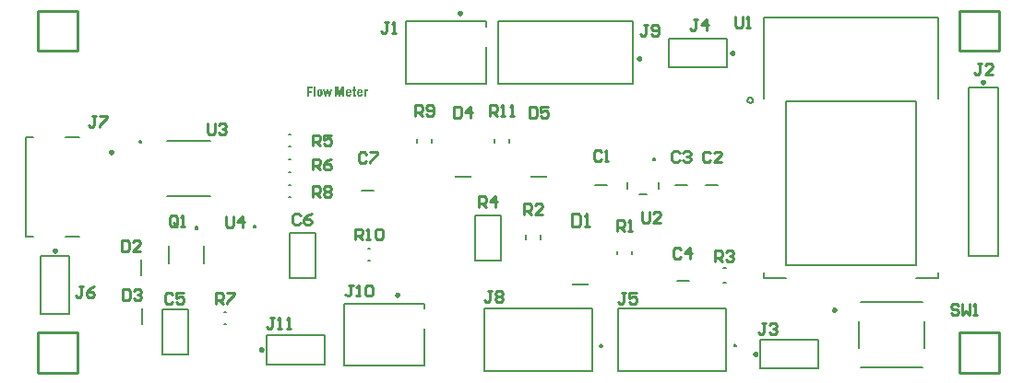
<source format=gto>
%FSTAX23Y23*%
%MOIN*%
%SFA1B1*%

%IPPOS*%
%ADD10C,0.005000*%
%ADD11C,0.009843*%
%ADD12C,0.007874*%
%ADD13C,0.010000*%
%ADD14C,0.007799*%
%ADD15C,0.007846*%
%ADD16R,0.059055X0.007874*%
%ADD17R,0.007874X0.059055*%
%LNflowmeter-1*%
%LPD*%
G36*
X01225Y01058D02*
X01226Y01058D01*
Y01051*
X01226*
X01226Y01051*
X01226Y01051*
X01225Y01051*
X01225*
X01224Y01051*
X01224Y01051*
X01224Y01051*
X01223Y0105*
X01223Y0105*
X01222Y0105*
X01222Y01049*
X01221Y01049*
X01221Y01048*
X0122Y01047*
X0122Y01046*
X0122Y01045*
X0122Y01044*
X01219Y01043*
Y01032*
X01212*
Y01058*
X01219*
Y01051*
X01219Y01052*
X01219Y01052*
X01219Y01052*
X01219Y01053*
X01219Y01053*
X0122Y01054*
X0122Y01055*
X0122Y01055*
X01221Y01056*
X01221Y01056*
X01222Y01057*
X01223Y01057*
X01223Y01058*
X01224Y01058*
X01225Y01058*
X01225*
X01225Y01058*
G37*
G36*
X01141Y01032D02*
X01134D01*
Y01061*
X01127Y01032*
X01121*
X01115Y01061*
Y01032*
X01108*
Y01067*
X0112*
X01125Y01045*
X0113Y01067*
X01141*
Y01032*
G37*
G36*
X01089D02*
X01083D01*
X0108Y01049*
X01076Y01032*
X01071*
X01064Y01058*
X01071*
X01074Y01042*
X01077Y01058*
X01084*
X01086Y01042*
X0109Y01058*
X01096*
X01089Y01032*
G37*
G36*
X01037D02*
X0103D01*
Y01067*
X01037*
Y01032*
G37*
G36*
X01028Y01061D02*
X01015D01*
Y01052*
X01025*
Y01045*
X01015*
Y01032*
X01007*
Y01067*
X01028*
Y01061*
G37*
G36*
X01198Y01058D02*
X01199Y01058D01*
X01199Y01058*
X012Y01058*
X012Y01058*
X01201Y01057*
X01202Y01057*
X01202Y01057*
X01203Y01056*
X01204Y01056*
X01204Y01055*
X01205Y01055*
X01205Y01055*
X01205Y01055*
X01205Y01055*
X01205Y01054*
X01206Y01054*
X01206Y01053*
X01206Y01053*
X01206Y01052*
X01207Y01052*
X01207Y01051*
X01207Y0105*
X01207Y01049*
X01208Y01048*
X01208Y01046*
X01208Y01045*
X01208Y01043*
X01194*
Y01042*
Y01042*
Y01042*
Y01042*
Y01041*
X01194Y01041*
X01194Y0104*
X01194Y01039*
X01195Y01038*
X01195Y01038*
X01195Y01037*
X01195Y01037*
X01195Y01037*
X01195Y01037*
X01196Y01037*
X01196Y01037*
X01196Y01036*
X01197Y01036*
X01197Y01036*
X01198Y01036*
X01198*
X01198Y01036*
X01198*
X01199Y01036*
X01199Y01036*
X01199Y01037*
X012Y01037*
X012Y01037*
X012Y01037*
X01201Y01038*
X01201Y01038*
X01201Y01039*
X01201Y0104*
X01201Y0104*
X01208Y0104*
Y0104*
X01208Y0104*
X01208Y01039*
X01207Y01039*
X01207Y01038*
X01207Y01037*
X01206Y01036*
X01206Y01036*
X01205Y01035*
X01205Y01034*
X01204Y01033*
X01203Y01032*
X01202Y01032*
X012Y01031*
X01199Y01031*
X01198Y01031*
X01198Y01031*
X01197*
X01197Y01031*
X01196Y01031*
X01196Y01031*
X01195Y01031*
X01195Y01031*
X01194Y01032*
X01193Y01032*
X01193Y01032*
X01192Y01032*
X01191Y01033*
X01191Y01033*
X0119Y01034*
X01189Y01035*
X01189Y01035*
X01189Y01035*
X01189Y01035*
X01189Y01035*
X01189Y01036*
X01189Y01036*
X01188Y01036*
X01188Y01037*
X01188Y01038*
X01188Y01038*
X01187Y01039*
X01187Y0104*
X01187Y01041*
X01187Y01042*
X01187Y01043*
X01187Y01044*
Y01044*
Y01044*
Y01045*
X01187Y01045*
X01187Y01046*
X01187Y01047*
X01187Y01047*
X01187Y01048*
X01187Y0105*
X01188Y01051*
X01188Y01051*
X01188Y01052*
X01189Y01053*
X01189Y01054*
X0119Y01055*
X0119Y01055*
X0119Y01055*
X0119Y01055*
X0119Y01055*
X0119Y01055*
X01191Y01056*
X01191Y01056*
X01192Y01056*
X01192Y01057*
X01193Y01057*
X01193Y01057*
X01194Y01058*
X01195Y01058*
X01196Y01058*
X01197Y01058*
X01197Y01058*
X01198*
X01198Y01058*
G37*
G36*
X0118Y01058D02*
X01185D01*
Y01052*
X0118*
Y01042*
Y01042*
Y01042*
Y01042*
Y01041*
Y01041*
X0118Y0104*
Y0104*
Y01039*
X0118Y01039*
Y01039*
X0118Y01039*
X0118Y01038*
X0118Y01038*
X0118Y01038*
X01181Y01037*
X01181*
X01181Y01037*
X01181Y01037*
X01181Y01037*
X01181Y01037*
X01182Y01037*
X01182Y01037*
X01184*
X01185Y01037*
Y01032*
X01185*
X01185Y01031*
X01184Y01031*
X01183Y01031*
X01183Y01031*
X01182Y01031*
X01181Y01031*
X0118Y01031*
X0118*
X01179Y01031*
X01179Y01031*
X01178Y01031*
X01177Y01032*
X01176Y01032*
X01175Y01032*
X01175Y01032*
X01175Y01032*
X01175Y01033*
X01174Y01033*
X01174Y01034*
X01174Y01034*
X01173Y01035*
X01173Y01035*
Y01035*
X01173Y01036*
X01173Y01036*
X01173Y01037*
X01173Y01038*
X01173Y01038*
X01173Y01039*
Y01039*
X01173Y0104*
Y01041*
Y01041*
Y01052*
X0117*
Y01058*
X01173*
Y01066*
X0118Y01066*
Y01058*
G37*
G36*
X01158Y01058D02*
X01158Y01058D01*
X01158Y01058*
X01159Y01058*
X0116Y01058*
X01161Y01057*
X01161Y01057*
X01162Y01057*
X01163Y01056*
X01163Y01056*
X01164Y01055*
X01164Y01055*
X01164Y01055*
X01164Y01055*
X01165Y01055*
X01165Y01054*
X01165Y01054*
X01165Y01053*
X01166Y01053*
X01166Y01052*
X01166Y01052*
X01166Y01051*
X01167Y0105*
X01167Y01049*
X01167Y01048*
X01167Y01046*
X01167Y01045*
X01167Y01043*
X01154*
Y01042*
Y01042*
Y01042*
Y01042*
Y01041*
X01154Y01041*
X01154Y0104*
X01154Y01039*
X01154Y01038*
X01154Y01038*
X01154Y01037*
X01155Y01037*
X01155Y01037*
X01155Y01037*
X01155Y01037*
X01155Y01037*
X01156Y01036*
X01156Y01036*
X01157Y01036*
X01157Y01036*
X01157*
X01157Y01036*
X01158*
X01158Y01036*
X01158Y01036*
X01159Y01037*
X01159Y01037*
X01159Y01037*
X0116Y01037*
X0116Y01038*
X0116Y01038*
X01161Y01039*
X01161Y0104*
X01161Y0104*
X01167Y0104*
Y0104*
X01167Y0104*
X01167Y01039*
X01167Y01039*
X01167Y01038*
X01166Y01037*
X01166Y01036*
X01165Y01036*
X01165Y01035*
X01164Y01034*
X01163Y01033*
X01162Y01032*
X01161Y01032*
X0116Y01031*
X01159Y01031*
X01158Y01031*
X01157Y01031*
X01156*
X01156Y01031*
X01156Y01031*
X01155Y01031*
X01155Y01031*
X01154Y01031*
X01153Y01032*
X01153Y01032*
X01152Y01032*
X01151Y01032*
X01151Y01033*
X0115Y01033*
X01149Y01034*
X01149Y01035*
X01149Y01035*
X01149Y01035*
X01149Y01035*
X01148Y01035*
X01148Y01036*
X01148Y01036*
X01148Y01036*
X01148Y01037*
X01147Y01038*
X01147Y01038*
X01147Y01039*
X01147Y0104*
X01146Y01041*
X01146Y01042*
X01146Y01043*
X01146Y01044*
Y01044*
Y01044*
Y01045*
X01146Y01045*
X01146Y01046*
X01146Y01047*
X01146Y01047*
X01147Y01048*
X01147Y0105*
X01147Y01051*
X01147Y01051*
X01148Y01052*
X01148Y01053*
X01149Y01054*
X01149Y01055*
X01149Y01055*
X01149Y01055*
X01149Y01055*
X0115Y01055*
X0115Y01055*
X0115Y01056*
X01151Y01056*
X01151Y01056*
X01152Y01057*
X01152Y01057*
X01153Y01057*
X01154Y01058*
X01154Y01058*
X01155Y01058*
X01156Y01058*
X01157Y01058*
X01157*
X01158Y01058*
G37*
G36*
X01053Y01058D02*
X01054Y01058D01*
X01055Y01058*
X01056Y01057*
X01057Y01057*
X01058Y01056*
X01059Y01056*
X01059Y01055*
X0106Y01054*
X0106Y01054*
X01061Y01053*
X01061Y01052*
X01062Y01052*
X01062Y01051*
X01062Y0105*
X01062Y01049*
X01063Y01048*
X01063Y01047*
X01063Y01046*
X01063Y01045*
Y01044*
Y01044*
Y01044*
Y01044*
X01063Y01044*
Y01043*
X01063Y01042*
X01063Y01041*
X01062Y0104*
X01062Y01039*
X01062Y01038*
X01061Y01036*
X0106Y01035*
X01059Y01034*
X01058Y01033*
X01058Y01033*
X01057Y01032*
X01056Y01032*
X01056Y01032*
X01055Y01031*
X01054Y01031*
X01053Y01031*
X01052Y01031*
X01052*
X01052Y01031*
X01051Y01031*
X01051Y01031*
X0105Y01031*
X01049Y01032*
X01048Y01032*
X01047Y01033*
X01046Y01033*
X01045Y01034*
X01045Y01035*
X01044Y01035*
X01044Y01036*
X01043Y01037*
X01043Y01037*
X01043Y01038*
X01042Y01039*
X01042Y0104*
X01042Y01041*
X01042Y01042*
X01042Y01043*
X01042Y01045*
Y01045*
Y01045*
Y01045*
Y01045*
X01042Y01045*
Y01046*
X01042Y01047*
X01042Y01048*
X01042Y01049*
X01043Y0105*
X01043Y01051*
X01044Y01053*
X01044Y01054*
X01045Y01055*
X01046Y01056*
X01047Y01056*
X01047Y01057*
X01048Y01057*
X01049Y01058*
X0105Y01058*
X0105Y01058*
X01051Y01058*
X01052Y01058*
X01053*
X01053Y01058*
G37*
%LNflowmeter-2*%
%LPC*%
G36*
X01198Y01053D02*
X01197D01*
X01197Y01053*
X01197Y01053*
X01197Y01053*
X01197Y01053*
X01196Y01053*
X01196Y01053*
X01196Y01052*
X01195Y01052*
X01195Y01051*
X01195Y01051*
X01195Y0105*
X01194Y01049*
X01194Y01049*
X01194Y01048*
X01201*
Y01048*
Y01048*
Y01048*
Y01048*
Y01048*
Y01048*
Y01049*
X01201Y01049*
X01201Y01049*
X01201Y0105*
X01201Y01051*
X012Y01052*
X012Y01052*
X012Y01053*
X01199Y01053*
X01199Y01053*
X01198Y01053*
X01198Y01053*
G37*
G36*
X01157D02*
X01157D01*
X01157Y01053*
X01157Y01053*
X01156Y01053*
X01156Y01053*
X01156Y01053*
X01155Y01053*
X01155Y01052*
X01155Y01052*
X01155Y01051*
X01154Y01051*
X01154Y0105*
X01154Y01049*
X01154Y01049*
X01154Y01048*
X0116*
Y01048*
Y01048*
Y01048*
Y01048*
Y01048*
Y01048*
Y01049*
X0116Y01049*
X0116Y01049*
X0116Y0105*
X0116Y01051*
X0116Y01052*
X01159Y01052*
X01159Y01053*
X01159Y01053*
X01158Y01053*
X01158Y01053*
X01157Y01053*
G37*
G36*
X01052Y01053D02*
X01052D01*
X01052Y01053*
X01051Y01053*
X01051Y01053*
X01051Y01052*
X0105Y01052*
X0105Y01051*
X0105Y01051*
X0105Y01051*
X0105Y01051*
X0105Y01051*
X0105Y0105*
X0105Y0105*
X01049Y01049*
X01049Y01049*
X01049Y01048*
X01049Y01048*
X01049Y01047*
Y01046*
X01049Y01045*
Y01045*
Y01044*
Y01044*
Y01044*
Y01044*
Y01043*
X01049Y01043*
X01049Y01042*
X01049Y01041*
X01049Y0104*
X0105Y01039*
X0105Y01038*
X0105Y01038*
X0105Y01038*
X0105Y01038*
X0105Y01037*
X0105Y01037*
X01051Y01037*
X01051Y01036*
X01052Y01036*
X01052Y01036*
X01052*
X01053Y01036*
X01053Y01036*
X01053Y01036*
X01054Y01036*
X01054Y01037*
X01054Y01037*
X01055Y01038*
X01055Y01038*
X01055Y01038*
X01055Y01038*
X01055Y01039*
X01055Y01039*
X01055Y01039*
X01055Y0104*
X01055Y0104*
X01055Y01041*
X01055Y01041*
X01055Y01042*
Y01043*
X01055Y01044*
Y01045*
Y01045*
Y01045*
Y01045*
Y01045*
Y01046*
X01055Y01046*
X01055Y01047*
X01055Y01048*
X01055Y01049*
X01055Y0105*
X01055Y0105*
X01055Y01051*
X01055Y01051*
X01055Y01051*
X01054Y01052*
X01054Y01052*
X01054Y01052*
X01054Y01053*
X01053Y01053*
X01053Y01053*
X01052Y01053*
G37*
%LNflowmeter-3*%
%LPD*%
G54D10*
X02618Y01018D02*
D01*
X02618Y01019*
X02618Y0102*
X02617Y0102*
X02617Y01021*
X02617Y01022*
X02617Y01022*
X02616Y01023*
X02616Y01023*
X02616Y01024*
X02615Y01025*
X02615Y01025*
X02614Y01026*
X02614Y01026*
X02613Y01026*
X02613Y01027*
X02612Y01027*
X02611Y01027*
X02611Y01028*
X0261Y01028*
X02609Y01028*
X02609Y01028*
X02608Y01028*
X02607*
X02607Y01028*
X02606Y01028*
X02605Y01028*
X02605Y01028*
X02604Y01027*
X02603Y01027*
X02603Y01027*
X02602Y01026*
X02602Y01026*
X02601Y01026*
X02601Y01025*
X026Y01025*
X026Y01024*
X02599Y01023*
X02599Y01023*
X02599Y01022*
X02599Y01022*
X02598Y01021*
X02598Y0102*
X02598Y0102*
X02598Y01019*
X02598Y01018*
X02598Y01018*
X02598Y01017*
X02598Y01016*
X02598Y01015*
X02599Y01015*
X02599Y01014*
X02599Y01014*
X02599Y01013*
X026Y01012*
X026Y01012*
X02601Y01011*
X02601Y01011*
X02602Y0101*
X02602Y0101*
X02603Y0101*
X02603Y01009*
X02604Y01009*
X02605Y01009*
X02605Y01009*
X02606Y01009*
X02607Y01008*
X02607Y01008*
X02608*
X02609Y01008*
X02609Y01009*
X0261Y01009*
X02611Y01009*
X02611Y01009*
X02612Y01009*
X02613Y0101*
X02613Y0101*
X02614Y0101*
X02614Y01011*
X02615Y01011*
X02615Y01012*
X02616Y01012*
X02616Y01013*
X02616Y01014*
X02617Y01014*
X02617Y01015*
X02617Y01015*
X02617Y01016*
X02618Y01017*
X02618Y01018*
X02618Y01018*
X03208Y00374D02*
X03287D01*
Y00393*
X02657Y00374D02*
X02736D01*
X02657D02*
Y00393D01*
X03287Y01023D02*
Y01318D01*
X02657D02*
X03287D01*
X02657Y01023D02*
Y01318D01*
X02736Y00422D02*
Y01013D01*
Y00422D02*
X03208D01*
Y01013*
X02736D02*
X03208D01*
X0251Y00411D02*
X02519D01*
X0251Y00358D02*
X02519D01*
X02181Y0046D02*
Y00469D01*
X02128Y0046D02*
Y00469D01*
X02131Y00263D02*
X02521D01*
Y00037D02*
Y00263D01*
X02131Y00037D02*
X02521D01*
X02131D02*
Y00263D01*
X01647Y00037D02*
Y00263D01*
Y00037D02*
X02037D01*
Y00263*
X01647D02*
X02037D01*
X01736Y00863D02*
Y00876D01*
X01683Y00863D02*
Y00876D01*
X01798Y00515D02*
Y00529D01*
X01851Y00515D02*
Y00529D01*
X01456Y00863D02*
Y00876D01*
X01403Y00863D02*
Y00876D01*
X02277Y00697D02*
Y00722D01*
X02206Y00678D02*
X02233D01*
X02162Y00697D02*
Y00722D01*
X00501Y0087D02*
X00658D01*
X00501Y00669D02*
X00658D01*
X00507Y00428D02*
Y00491D01*
X00632Y00428D02*
Y00491D01*
G54D11*
X00846Y00115D02*
D01*
X00846Y00115*
X00846Y00115*
X00846Y00116*
X00846Y00116*
X00846Y00116*
X00845Y00117*
X00845Y00117*
X00845Y00117*
X00845Y00117*
X00845Y00118*
X00844Y00118*
X00844Y00118*
X00844Y00118*
X00844Y00119*
X00843Y00119*
X00843Y00119*
X00843Y00119*
X00842Y00119*
X00842Y00119*
X00842Y00119*
X00841Y00119*
X00841Y00119*
X00841*
X0084Y00119*
X0084Y00119*
X0084Y00119*
X00839Y00119*
X00839Y00119*
X00839Y00119*
X00838Y00119*
X00838Y00119*
X00838Y00118*
X00838Y00118*
X00837Y00118*
X00837Y00118*
X00837Y00117*
X00837Y00117*
X00837Y00117*
X00836Y00117*
X00836Y00116*
X00836Y00116*
X00836Y00116*
X00836Y00115*
X00836Y00115*
X00836Y00115*
X00836Y00114*
X00836Y00114*
X00836Y00113*
X00836Y00113*
X00836Y00113*
X00836Y00112*
X00837Y00112*
X00837Y00112*
X00837Y00112*
X00837Y00111*
X00837Y00111*
X00838Y00111*
X00838Y00111*
X00838Y0011*
X00838Y0011*
X00839Y0011*
X00839Y0011*
X00839Y0011*
X0084Y0011*
X0084Y0011*
X0084Y0011*
X00841Y0011*
X00841*
X00841Y0011*
X00842Y0011*
X00842Y0011*
X00842Y0011*
X00843Y0011*
X00843Y0011*
X00843Y0011*
X00844Y0011*
X00844Y00111*
X00844Y00111*
X00844Y00111*
X00845Y00111*
X00845Y00112*
X00845Y00112*
X00845Y00112*
X00845Y00112*
X00846Y00113*
X00846Y00113*
X00846Y00113*
X00846Y00114*
X00846Y00114*
X00846Y00115*
X00305Y0083D02*
D01*
X00305Y00831*
X00304Y00831*
X00304Y00831*
X00304Y00832*
X00304Y00832*
X00304Y00832*
X00304Y00833*
X00304Y00833*
X00304Y00833*
X00303Y00833*
X00303Y00834*
X00303Y00834*
X00303Y00834*
X00302Y00834*
X00302Y00835*
X00302Y00835*
X00301Y00835*
X00301Y00835*
X00301Y00835*
X003Y00835*
X003Y00835*
X003Y00835*
X00299*
X00299Y00835*
X00299Y00835*
X00298Y00835*
X00298Y00835*
X00298Y00835*
X00297Y00835*
X00297Y00835*
X00297Y00834*
X00297Y00834*
X00296Y00834*
X00296Y00834*
X00296Y00833*
X00296Y00833*
X00295Y00833*
X00295Y00833*
X00295Y00832*
X00295Y00832*
X00295Y00832*
X00295Y00831*
X00295Y00831*
X00295Y00831*
X00295Y0083*
X00295Y0083*
X00295Y0083*
X00295Y00829*
X00295Y00829*
X00295Y00829*
X00295Y00828*
X00295Y00828*
X00295Y00828*
X00296Y00827*
X00296Y00827*
X00296Y00827*
X00296Y00827*
X00297Y00826*
X00297Y00826*
X00297Y00826*
X00297Y00826*
X00298Y00826*
X00298Y00826*
X00298Y00826*
X00299Y00825*
X00299Y00825*
X00299Y00825*
X003*
X003Y00825*
X003Y00825*
X00301Y00826*
X00301Y00826*
X00301Y00826*
X00302Y00826*
X00302Y00826*
X00302Y00826*
X00303Y00826*
X00303Y00827*
X00303Y00827*
X00303Y00827*
X00304Y00827*
X00304Y00828*
X00304Y00828*
X00304Y00828*
X00304Y00829*
X00304Y00829*
X00304Y00829*
X00304Y0083*
X00305Y0083*
X00305Y0083*
X02631Y001D02*
D01*
X02631Y001*
X02631Y001*
X02631Y00101*
X02631Y00101*
X02631Y00101*
X0263Y00102*
X0263Y00102*
X0263Y00102*
X0263Y00102*
X0263Y00103*
X02629Y00103*
X02629Y00103*
X02629Y00103*
X02629Y00104*
X02628Y00104*
X02628Y00104*
X02628Y00104*
X02627Y00104*
X02627Y00104*
X02627Y00104*
X02626Y00104*
X02626Y00104*
X02626*
X02625Y00104*
X02625Y00104*
X02625Y00104*
X02624Y00104*
X02624Y00104*
X02624Y00104*
X02623Y00104*
X02623Y00104*
X02623Y00103*
X02623Y00103*
X02622Y00103*
X02622Y00103*
X02622Y00102*
X02622Y00102*
X02622Y00102*
X02621Y00102*
X02621Y00101*
X02621Y00101*
X02621Y00101*
X02621Y001*
X02621Y001*
X02621Y001*
X02621Y00099*
X02621Y00099*
X02621Y00098*
X02621Y00098*
X02621Y00098*
X02621Y00097*
X02622Y00097*
X02622Y00097*
X02622Y00097*
X02622Y00096*
X02622Y00096*
X02623Y00096*
X02623Y00096*
X02623Y00095*
X02623Y00095*
X02624Y00095*
X02624Y00095*
X02624Y00095*
X02625Y00095*
X02625Y00095*
X02625Y00095*
X02626Y00095*
X02626*
X02626Y00095*
X02627Y00095*
X02627Y00095*
X02627Y00095*
X02628Y00095*
X02628Y00095*
X02628Y00095*
X02629Y00095*
X02629Y00096*
X02629Y00096*
X02629Y00096*
X0263Y00096*
X0263Y00097*
X0263Y00097*
X0263Y00097*
X0263Y00097*
X02631Y00098*
X02631Y00098*
X02631Y00098*
X02631Y00099*
X02631Y00099*
X02631Y001*
X02548Y0119D02*
D01*
X02548Y0119*
X02548Y0119*
X02548Y01191*
X02548Y01191*
X02548Y01191*
X02548Y01192*
X02547Y01192*
X02547Y01192*
X02547Y01192*
X02547Y01193*
X02547Y01193*
X02546Y01193*
X02546Y01193*
X02546Y01194*
X02546Y01194*
X02545Y01194*
X02545Y01194*
X02545Y01194*
X02544Y01194*
X02544Y01194*
X02544Y01194*
X02543Y01194*
X02543*
X02543Y01194*
X02542Y01194*
X02542Y01194*
X02542Y01194*
X02541Y01194*
X02541Y01194*
X02541Y01194*
X0254Y01194*
X0254Y01193*
X0254Y01193*
X0254Y01193*
X02539Y01193*
X02539Y01192*
X02539Y01192*
X02539Y01192*
X02539Y01192*
X02538Y01191*
X02538Y01191*
X02538Y01191*
X02538Y0119*
X02538Y0119*
X02538Y0119*
X02538Y01189*
X02538Y01189*
X02538Y01188*
X02538Y01188*
X02538Y01188*
X02539Y01187*
X02539Y01187*
X02539Y01187*
X02539Y01187*
X02539Y01186*
X0254Y01186*
X0254Y01186*
X0254Y01186*
X0254Y01185*
X02541Y01185*
X02541Y01185*
X02541Y01185*
X02542Y01185*
X02542Y01185*
X02542Y01185*
X02543Y01185*
X02543Y01185*
X02543*
X02544Y01185*
X02544Y01185*
X02544Y01185*
X02545Y01185*
X02545Y01185*
X02545Y01185*
X02546Y01185*
X02546Y01185*
X02546Y01186*
X02546Y01186*
X02547Y01186*
X02547Y01186*
X02547Y01187*
X02547Y01187*
X02547Y01187*
X02548Y01187*
X02548Y01188*
X02548Y01188*
X02548Y01188*
X02548Y01189*
X02548Y01189*
X02548Y0119*
X03454Y01083D02*
D01*
X03454Y01083*
X03454Y01084*
X03454Y01084*
X03454Y01084*
X03454Y01085*
X03454Y01085*
X03454Y01085*
X03454Y01086*
X03453Y01086*
X03453Y01086*
X03453Y01087*
X03453Y01087*
X03453Y01087*
X03452Y01087*
X03452Y01087*
X03452Y01088*
X03451Y01088*
X03451Y01088*
X03451Y01088*
X0345Y01088*
X0345Y01088*
X0345Y01088*
X03449*
X03449Y01088*
X03449Y01088*
X03448Y01088*
X03448Y01088*
X03448Y01088*
X03447Y01088*
X03447Y01087*
X03447Y01087*
X03446Y01087*
X03446Y01087*
X03446Y01087*
X03446Y01086*
X03446Y01086*
X03445Y01086*
X03445Y01085*
X03445Y01085*
X03445Y01085*
X03445Y01084*
X03445Y01084*
X03445Y01084*
X03445Y01083*
X03445Y01083*
X03445Y01083*
X03445Y01082*
X03445Y01082*
X03445Y01082*
X03445Y01081*
X03445Y01081*
X03445Y01081*
X03445Y01081*
X03446Y0108*
X03446Y0108*
X03446Y0108*
X03446Y01079*
X03446Y01079*
X03447Y01079*
X03447Y01079*
X03447Y01079*
X03448Y01079*
X03448Y01078*
X03448Y01078*
X03449Y01078*
X03449Y01078*
X03449Y01078*
X0345*
X0345Y01078*
X0345Y01078*
X03451Y01078*
X03451Y01078*
X03451Y01079*
X03452Y01079*
X03452Y01079*
X03452Y01079*
X03453Y01079*
X03453Y01079*
X03453Y0108*
X03453Y0108*
X03453Y0108*
X03454Y01081*
X03454Y01081*
X03454Y01081*
X03454Y01081*
X03454Y01082*
X03454Y01082*
X03454Y01082*
X03454Y01083*
X03454Y01083*
X00099Y00473D02*
D01*
X00099Y00473*
X00099Y00474*
X00099Y00474*
X00099Y00474*
X00099Y00475*
X00099Y00475*
X00099Y00475*
X00099Y00476*
X00098Y00476*
X00098Y00476*
X00098Y00477*
X00098Y00477*
X00098Y00477*
X00097Y00477*
X00097Y00477*
X00097Y00478*
X00096Y00478*
X00096Y00478*
X00096Y00478*
X00095Y00478*
X00095Y00478*
X00095Y00478*
X00094*
X00094Y00478*
X00094Y00478*
X00093Y00478*
X00093Y00478*
X00093Y00478*
X00092Y00478*
X00092Y00477*
X00092Y00477*
X00091Y00477*
X00091Y00477*
X00091Y00477*
X00091Y00476*
X00091Y00476*
X0009Y00476*
X0009Y00475*
X0009Y00475*
X0009Y00475*
X0009Y00474*
X0009Y00474*
X0009Y00474*
X0009Y00473*
X0009Y00473*
X0009Y00473*
X0009Y00472*
X0009Y00472*
X0009Y00472*
X0009Y00471*
X0009Y00471*
X0009Y00471*
X0009Y00471*
X00091Y0047*
X00091Y0047*
X00091Y0047*
X00091Y00469*
X00091Y00469*
X00092Y00469*
X00092Y00469*
X00092Y00469*
X00093Y00469*
X00093Y00468*
X00093Y00468*
X00094Y00468*
X00094Y00468*
X00094Y00468*
X00095*
X00095Y00468*
X00095Y00468*
X00096Y00468*
X00096Y00468*
X00096Y00469*
X00097Y00469*
X00097Y00469*
X00097Y00469*
X00098Y00469*
X00098Y00469*
X00098Y0047*
X00098Y0047*
X00098Y0047*
X00099Y00471*
X00099Y00471*
X00099Y00471*
X00099Y00471*
X00099Y00472*
X00099Y00472*
X00099Y00472*
X00099Y00473*
X00099Y00473*
X01337Y00313D02*
D01*
X01337Y00313*
X01337Y00314*
X01337Y00314*
X01337Y00314*
X01337Y00315*
X01337Y00315*
X01337Y00315*
X01337Y00315*
X01336Y00316*
X01336Y00316*
X01336Y00316*
X01336Y00317*
X01336Y00317*
X01335Y00317*
X01335Y00317*
X01335Y00317*
X01334Y00317*
X01334Y00318*
X01334Y00318*
X01333Y00318*
X01333Y00318*
X01333Y00318*
X01332*
X01332Y00318*
X01332Y00318*
X01331Y00318*
X01331Y00318*
X01331Y00317*
X0133Y00317*
X0133Y00317*
X0133Y00317*
X01329Y00317*
X01329Y00317*
X01329Y00316*
X01329Y00316*
X01329Y00316*
X01328Y00315*
X01328Y00315*
X01328Y00315*
X01328Y00315*
X01328Y00314*
X01328Y00314*
X01328Y00314*
X01328Y00313*
X01328Y00313*
X01328Y00313*
X01328Y00312*
X01328Y00312*
X01328Y00312*
X01328Y00311*
X01328Y00311*
X01328Y00311*
X01328Y0031*
X01329Y0031*
X01329Y0031*
X01329Y00309*
X01329Y00309*
X01329Y00309*
X0133Y00309*
X0133Y00309*
X0133Y00308*
X01331Y00308*
X01331Y00308*
X01331Y00308*
X01332Y00308*
X01332Y00308*
X01332Y00308*
X01333*
X01333Y00308*
X01333Y00308*
X01334Y00308*
X01334Y00308*
X01334Y00308*
X01335Y00308*
X01335Y00309*
X01335Y00309*
X01336Y00309*
X01336Y00309*
X01336Y00309*
X01336Y0031*
X01336Y0031*
X01337Y0031*
X01337Y00311*
X01337Y00311*
X01337Y00311*
X01337Y00312*
X01337Y00312*
X01337Y00312*
X01337Y00313*
X01337Y00313*
X01563Y01333D02*
D01*
X01563Y01334*
X01563Y01334*
X01563Y01334*
X01562Y01335*
X01562Y01335*
X01562Y01335*
X01562Y01336*
X01562Y01336*
X01562Y01336*
X01561Y01336*
X01561Y01337*
X01561Y01337*
X01561Y01337*
X0156Y01337*
X0156Y01337*
X0156Y01338*
X0156Y01338*
X01559Y01338*
X01559Y01338*
X01559Y01338*
X01558Y01338*
X01558Y01338*
X01558*
X01557Y01338*
X01557Y01338*
X01557Y01338*
X01556Y01338*
X01556Y01338*
X01556Y01338*
X01555Y01337*
X01555Y01337*
X01555Y01337*
X01554Y01337*
X01554Y01337*
X01554Y01336*
X01554Y01336*
X01554Y01336*
X01553Y01336*
X01553Y01335*
X01553Y01335*
X01553Y01335*
X01553Y01334*
X01553Y01334*
X01553Y01334*
X01553Y01333*
X01553Y01333*
X01553Y01333*
X01553Y01332*
X01553Y01332*
X01553Y01332*
X01553Y01331*
X01553Y01331*
X01554Y01331*
X01554Y0133*
X01554Y0133*
X01554Y0133*
X01554Y0133*
X01555Y01329*
X01555Y01329*
X01555Y01329*
X01556Y01329*
X01556Y01329*
X01556Y01329*
X01557Y01328*
X01557Y01328*
X01557Y01328*
X01558Y01328*
X01558*
X01558Y01328*
X01559Y01328*
X01559Y01328*
X01559Y01329*
X0156Y01329*
X0156Y01329*
X0156Y01329*
X0156Y01329*
X01561Y01329*
X01561Y0133*
X01561Y0133*
X01561Y0133*
X01562Y0133*
X01562Y01331*
X01562Y01331*
X01562Y01331*
X01562Y01332*
X01562Y01332*
X01563Y01332*
X01563Y01333*
X01563Y01333*
X01563Y01333*
X02211Y0117D02*
D01*
X02211Y0117*
X02211Y0117*
X02211Y01171*
X02211Y01171*
X02211Y01171*
X02211Y01172*
X0221Y01172*
X0221Y01172*
X0221Y01172*
X0221Y01173*
X0221Y01173*
X02209Y01173*
X02209Y01173*
X02209Y01174*
X02208Y01174*
X02208Y01174*
X02208Y01174*
X02208Y01174*
X02207Y01174*
X02207Y01174*
X02207Y01174*
X02206Y01174*
X02206*
X02206Y01174*
X02205Y01174*
X02205Y01174*
X02205Y01174*
X02204Y01174*
X02204Y01174*
X02204Y01174*
X02203Y01174*
X02203Y01173*
X02203Y01173*
X02202Y01173*
X02202Y01173*
X02202Y01172*
X02202Y01172*
X02202Y01172*
X02202Y01172*
X02201Y01171*
X02201Y01171*
X02201Y01171*
X02201Y0117*
X02201Y0117*
X02201Y0117*
X02201Y01169*
X02201Y01169*
X02201Y01168*
X02201Y01168*
X02201Y01168*
X02202Y01167*
X02202Y01167*
X02202Y01167*
X02202Y01167*
X02202Y01166*
X02202Y01166*
X02203Y01166*
X02203Y01166*
X02203Y01165*
X02204Y01165*
X02204Y01165*
X02204Y01165*
X02205Y01165*
X02205Y01165*
X02205Y01165*
X02206Y01165*
X02206Y01165*
X02206*
X02207Y01165*
X02207Y01165*
X02207Y01165*
X02208Y01165*
X02208Y01165*
X02208Y01165*
X02208Y01165*
X02209Y01165*
X02209Y01166*
X02209Y01166*
X0221Y01166*
X0221Y01166*
X0221Y01167*
X0221Y01167*
X0221Y01167*
X02211Y01167*
X02211Y01168*
X02211Y01168*
X02211Y01168*
X02211Y01169*
X02211Y01169*
X02211Y0117*
X02916Y00258D02*
D01*
X02916Y00258*
X02916Y00259*
X02916Y00259*
X02916Y00259*
X02915Y0026*
X02915Y0026*
X02915Y0026*
X02915Y00261*
X02915Y00261*
X02915Y00261*
X02914Y00262*
X02914Y00262*
X02914Y00262*
X02914Y00262*
X02913Y00262*
X02913Y00263*
X02913Y00263*
X02912Y00263*
X02912Y00263*
X02912Y00263*
X02911Y00263*
X02911Y00263*
X02911*
X0291Y00263*
X0291Y00263*
X0291Y00263*
X02909Y00263*
X02909Y00263*
X02909Y00263*
X02908Y00262*
X02908Y00262*
X02908Y00262*
X02908Y00262*
X02907Y00262*
X02907Y00261*
X02907Y00261*
X02907Y00261*
X02906Y0026*
X02906Y0026*
X02906Y0026*
X02906Y00259*
X02906Y00259*
X02906Y00259*
X02906Y00258*
X02906Y00258*
X02906Y00258*
X02906Y00257*
X02906Y00257*
X02906Y00257*
X02906Y00256*
X02906Y00256*
X02906Y00256*
X02907Y00255*
X02907Y00255*
X02907Y00255*
X02907Y00255*
X02908Y00254*
X02908Y00254*
X02908Y00254*
X02908Y00254*
X02909Y00254*
X02909Y00254*
X02909Y00253*
X0291Y00253*
X0291Y00253*
X0291Y00253*
X02911Y00253*
X02911*
X02911Y00253*
X02912Y00253*
X02912Y00253*
X02912Y00253*
X02913Y00254*
X02913Y00254*
X02913Y00254*
X02914Y00254*
X02914Y00254*
X02914Y00254*
X02914Y00255*
X02915Y00255*
X02915Y00255*
X02915Y00255*
X02915Y00256*
X02915Y00256*
X02915Y00256*
X02916Y00257*
X02916Y00257*
X02916Y00257*
X02916Y00258*
X02916Y00258*
G54D12*
X02556Y0013D02*
D01*
X02556Y0013*
X02556Y0013*
X02556Y0013*
X02556Y00131*
X02556Y00131*
X02556Y00131*
X02556Y00131*
X02556Y00132*
X02556Y00132*
X02555Y00132*
X02555Y00132*
X02555Y00132*
X02555Y00133*
X02555Y00133*
X02554Y00133*
X02554Y00133*
X02554Y00133*
X02554Y00133*
X02553Y00133*
X02553Y00133*
X02553Y00133*
X02553Y00133*
X02552*
X02552Y00133*
X02552Y00133*
X02552Y00133*
X02551Y00133*
X02551Y00133*
X02551Y00133*
X0255Y00133*
X0255Y00133*
X0255Y00133*
X0255Y00132*
X0255Y00132*
X02549Y00132*
X02549Y00132*
X02549Y00132*
X02549Y00131*
X02549Y00131*
X02549Y00131*
X02549Y00131*
X02549Y0013*
X02549Y0013*
X02549Y0013*
X02549Y0013*
X02549Y00129*
X02549Y00129*
X02549Y00129*
X02549Y00128*
X02549Y00128*
X02549Y00128*
X02549Y00128*
X02549Y00127*
X02549Y00127*
X02549Y00127*
X0255Y00127*
X0255Y00127*
X0255Y00126*
X0255Y00126*
X0255Y00126*
X02551Y00126*
X02551Y00126*
X02551Y00126*
X02552Y00126*
X02552Y00126*
X02552Y00126*
X02552Y00126*
X02553*
X02553Y00126*
X02553Y00126*
X02553Y00126*
X02554Y00126*
X02554Y00126*
X02554Y00126*
X02554Y00126*
X02555Y00126*
X02555Y00126*
X02555Y00127*
X02555Y00127*
X02555Y00127*
X02556Y00127*
X02556Y00127*
X02556Y00128*
X02556Y00128*
X02556Y00128*
X02556Y00128*
X02556Y00129*
X02556Y00129*
X02556Y00129*
X02556Y0013*
X02072Y00129D02*
D01*
X02072Y0013*
X02072Y0013*
X02072Y0013*
X02072Y00131*
X02072Y00131*
X02072Y00131*
X02072Y00131*
X02072Y00132*
X02072Y00132*
X02071Y00132*
X02071Y00132*
X02071Y00132*
X02071Y00133*
X02071Y00133*
X0207Y00133*
X0207Y00133*
X0207Y00133*
X0207Y00133*
X02069Y00133*
X02069Y00133*
X02069Y00133*
X02069Y00133*
X02068*
X02068Y00133*
X02068Y00133*
X02067Y00133*
X02067Y00133*
X02067Y00133*
X02067Y00133*
X02066Y00133*
X02066Y00133*
X02066Y00133*
X02066Y00132*
X02066Y00132*
X02065Y00132*
X02065Y00132*
X02065Y00132*
X02065Y00131*
X02065Y00131*
X02065Y00131*
X02065Y00131*
X02065Y0013*
X02064Y0013*
X02064Y0013*
X02064Y00129*
X02064Y00129*
X02064Y00129*
X02065Y00129*
X02065Y00128*
X02065Y00128*
X02065Y00128*
X02065Y00128*
X02065Y00127*
X02065Y00127*
X02065Y00127*
X02066Y00127*
X02066Y00126*
X02066Y00126*
X02066Y00126*
X02066Y00126*
X02067Y00126*
X02067Y00126*
X02067Y00126*
X02067Y00126*
X02068Y00126*
X02068Y00126*
X02068Y00125*
X02069*
X02069Y00126*
X02069Y00126*
X02069Y00126*
X0207Y00126*
X0207Y00126*
X0207Y00126*
X0207Y00126*
X02071Y00126*
X02071Y00126*
X02071Y00126*
X02071Y00127*
X02071Y00127*
X02072Y00127*
X02072Y00127*
X02072Y00128*
X02072Y00128*
X02072Y00128*
X02072Y00128*
X02072Y00129*
X02072Y00129*
X02072Y00129*
X02072Y00129*
X00821Y0056D02*
D01*
X00821Y0056*
X00821Y00561*
X00821Y00561*
X00821Y00561*
X00821Y00561*
X0082Y00562*
X0082Y00562*
X0082Y00562*
X0082Y00562*
X0082Y00563*
X0082Y00563*
X0082Y00563*
X00819Y00563*
X00819Y00563*
X00819Y00564*
X00819Y00564*
X00818Y00564*
X00818Y00564*
X00818Y00564*
X00818Y00564*
X00817Y00564*
X00817Y00564*
X00817*
X00816Y00564*
X00816Y00564*
X00816Y00564*
X00816Y00564*
X00815Y00564*
X00815Y00564*
X00815Y00564*
X00815Y00563*
X00814Y00563*
X00814Y00563*
X00814Y00563*
X00814Y00563*
X00814Y00562*
X00814Y00562*
X00813Y00562*
X00813Y00562*
X00813Y00561*
X00813Y00561*
X00813Y00561*
X00813Y00561*
X00813Y0056*
X00813Y0056*
X00813Y0056*
X00813Y0056*
X00813Y00559*
X00813Y00559*
X00813Y00559*
X00813Y00558*
X00813Y00558*
X00814Y00558*
X00814Y00558*
X00814Y00558*
X00814Y00557*
X00814Y00557*
X00814Y00557*
X00815Y00557*
X00815Y00557*
X00815Y00557*
X00815Y00556*
X00816Y00556*
X00816Y00556*
X00816Y00556*
X00816Y00556*
X00817Y00556*
X00817*
X00817Y00556*
X00818Y00556*
X00818Y00556*
X00818Y00556*
X00818Y00556*
X00819Y00557*
X00819Y00557*
X00819Y00557*
X00819Y00557*
X0082Y00557*
X0082Y00557*
X0082Y00558*
X0082Y00558*
X0082Y00558*
X0082Y00558*
X0082Y00558*
X00821Y00559*
X00821Y00559*
X00821Y00559*
X00821Y0056*
X00821Y0056*
X00821Y0056*
X02265Y00804D02*
D01*
X02265Y00805*
X02265Y00805*
X02265Y00805*
X02265Y00805*
X02265Y00806*
X02264Y00806*
X02264Y00806*
X02264Y00806*
X02264Y00807*
X02264Y00807*
X02264Y00807*
X02263Y00807*
X02263Y00807*
X02263Y00808*
X02263Y00808*
X02263Y00808*
X02262Y00808*
X02262Y00808*
X02262Y00808*
X02262Y00808*
X02261Y00808*
X02261Y00808*
X02261*
X0226Y00808*
X0226Y00808*
X0226Y00808*
X0226Y00808*
X02259Y00808*
X02259Y00808*
X02259Y00808*
X02259Y00808*
X02258Y00807*
X02258Y00807*
X02258Y00807*
X02258Y00807*
X02258Y00807*
X02257Y00806*
X02257Y00806*
X02257Y00806*
X02257Y00806*
X02257Y00805*
X02257Y00805*
X02257Y00805*
X02257Y00805*
X02257Y00804*
X02257Y00804*
X02257Y00804*
X02257Y00804*
X02257Y00803*
X02257Y00803*
X02257Y00803*
X02257Y00803*
X02257Y00802*
X02258Y00802*
X02258Y00802*
X02258Y00802*
X02258Y00801*
X02258Y00801*
X02259Y00801*
X02259Y00801*
X02259Y00801*
X02259Y00801*
X0226Y00801*
X0226Y00801*
X0226Y00801*
X0226Y008*
X02261Y008*
X02261*
X02261Y008*
X02262Y00801*
X02262Y00801*
X02262Y00801*
X02262Y00801*
X02263Y00801*
X02263Y00801*
X02263Y00801*
X02263Y00801*
X02263Y00801*
X02264Y00802*
X02264Y00802*
X02264Y00802*
X02264Y00802*
X02264Y00803*
X02264Y00803*
X02265Y00803*
X02265Y00803*
X02265Y00804*
X02265Y00804*
X02265Y00804*
X02265Y00804*
X00408Y00868D02*
D01*
X00408Y00868*
X00408Y00869*
X00408Y00869*
X00408Y00869*
X00408Y00869*
X00408Y0087*
X00408Y0087*
X00408Y0087*
X00408Y0087*
X00408Y00871*
X00407Y00871*
X00407Y00871*
X00407Y00871*
X00407Y00871*
X00406Y00872*
X00406Y00872*
X00406Y00872*
X00406Y00872*
X00405Y00872*
X00405Y00872*
X00405Y00872*
X00405Y00872*
X00404*
X00404Y00872*
X00404Y00872*
X00404Y00872*
X00403Y00872*
X00403Y00872*
X00403Y00872*
X00403Y00872*
X00402Y00871*
X00402Y00871*
X00402Y00871*
X00402Y00871*
X00401Y00871*
X00401Y0087*
X00401Y0087*
X00401Y0087*
X00401Y0087*
X00401Y00869*
X00401Y00869*
X00401Y00869*
X00401Y00869*
X00401Y00868*
X00401Y00868*
X00401Y00868*
X00401Y00868*
X00401Y00867*
X00401Y00867*
X00401Y00867*
X00401Y00867*
X00401Y00866*
X00401Y00866*
X00401Y00866*
X00401Y00866*
X00402Y00865*
X00402Y00865*
X00402Y00865*
X00402Y00865*
X00403Y00865*
X00403Y00865*
X00403Y00864*
X00403Y00864*
X00404Y00864*
X00404Y00864*
X00404Y00864*
X00404Y00864*
X00405*
X00405Y00864*
X00405Y00864*
X00405Y00864*
X00406Y00864*
X00406Y00864*
X00406Y00865*
X00406Y00865*
X00407Y00865*
X00407Y00865*
X00407Y00865*
X00407Y00865*
X00408Y00866*
X00408Y00866*
X00408Y00866*
X00408Y00866*
X00408Y00867*
X00408Y00867*
X00408Y00867*
X00408Y00867*
X00408Y00868*
X00408Y00868*
X00408Y00868*
X00611Y00555D02*
D01*
X00611Y00555*
X00611Y00556*
X00611Y00556*
X0061Y00556*
X0061Y00556*
X0061Y00557*
X0061Y00557*
X0061Y00557*
X0061Y00557*
X0061Y00558*
X0061Y00558*
X00609Y00558*
X00609Y00558*
X00609Y00558*
X00609Y00559*
X00608Y00559*
X00608Y00559*
X00608Y00559*
X00608Y00559*
X00607Y00559*
X00607Y00559*
X00607Y00559*
X00607*
X00606Y00559*
X00606Y00559*
X00606Y00559*
X00605Y00559*
X00605Y00559*
X00605Y00559*
X00605Y00559*
X00605Y00558*
X00604Y00558*
X00604Y00558*
X00604Y00558*
X00604Y00558*
X00604Y00557*
X00603Y00557*
X00603Y00557*
X00603Y00557*
X00603Y00556*
X00603Y00556*
X00603Y00556*
X00603Y00556*
X00603Y00555*
X00603Y00555*
X00603Y00555*
X00603Y00555*
X00603Y00554*
X00603Y00554*
X00603Y00554*
X00603Y00553*
X00603Y00553*
X00603Y00553*
X00604Y00553*
X00604Y00553*
X00604Y00552*
X00604Y00552*
X00604Y00552*
X00605Y00552*
X00605Y00552*
X00605Y00552*
X00605Y00551*
X00605Y00551*
X00606Y00551*
X00606Y00551*
X00606Y00551*
X00607Y00551*
X00607*
X00607Y00551*
X00607Y00551*
X00608Y00551*
X00608Y00551*
X00608Y00551*
X00608Y00552*
X00609Y00552*
X00609Y00552*
X00609Y00552*
X00609Y00552*
X0061Y00552*
X0061Y00553*
X0061Y00553*
X0061Y00553*
X0061Y00553*
X0061Y00553*
X0061Y00554*
X0061Y00554*
X00611Y00554*
X00611Y00555*
X00611Y00555*
X00611Y00555*
X00859Y00062D02*
X0107D01*
X00859D02*
Y00167D01*
X0107*
Y00062D02*
Y00167D01*
X-00011Y00525D02*
X00016D01*
X00132D02*
X00182D01*
X-00011D02*
Y00884D01*
X00016*
X00132D02*
X00182D01*
X02343Y00364D02*
X02386D01*
X02855Y00047D02*
Y00152D01*
X02644D02*
X02855D01*
X02644Y00047D02*
Y00152D01*
Y00047D02*
X02855D01*
X02314Y01137D02*
Y01242D01*
Y01137D02*
X02525D01*
Y01242*
X02314D02*
X02525D01*
X00706Y00252D02*
X00713D01*
X00706Y00207D02*
X00713D01*
X03397Y00454D02*
X03502D01*
Y01065*
X03397D02*
X03502D01*
X03397Y00454D02*
Y01065D01*
X00042Y00244D02*
X00147D01*
Y00455*
X00042D02*
X00147D01*
X00042Y00244D02*
Y00455D01*
X01139Y00282D02*
X0143D01*
Y00056D02*
Y00191D01*
Y00264D02*
Y00282D01*
X01139Y00056D02*
X0143D01*
X01139D02*
Y00282D01*
X01364Y01303D02*
X01655D01*
Y01076D02*
Y01211D01*
Y01284D02*
Y01303D01*
X01364Y01076D02*
X01655D01*
X01364D02*
Y01303D01*
X01696Y01077D02*
Y01303D01*
Y01077D02*
X02184D01*
Y01303*
X01696D02*
X02184D01*
X03001Y00121D02*
Y00218D01*
X03008Y00051D02*
X03231D01*
X03238Y00121D02*
Y00218D01*
X03008Y00288D02*
X03231D01*
X01613Y00455D02*
Y00584D01*
X01706Y00455D02*
Y00584D01*
X02448Y0071D02*
X02491D01*
X01226Y00482D02*
X01233D01*
X01226Y00437D02*
X01233D01*
X02338Y0071D02*
X02381D01*
X02048D02*
X02091D01*
X00576Y00114D02*
Y00245D01*
X00483Y00114D02*
Y00245D01*
X00941Y00803D02*
X00948D01*
X00941Y00758D02*
X00948D01*
X0094Y0085D02*
X00948D01*
X0094Y00895D02*
X00948D01*
X01203Y0069D02*
X01246D01*
X0094Y00666D02*
X00948D01*
X0094Y00711D02*
X00948D01*
X01036Y0039D02*
Y0052D01*
X00943Y0039D02*
Y0052D01*
G54D13*
X00176Y00032D02*
Y00177D01*
X00033D02*
X00176D01*
X00033Y00032D02*
Y00177D01*
Y00032D02*
X00176D01*
X03506D02*
Y00177D01*
X03363D02*
X03506D01*
X03363Y00032D02*
Y00177D01*
Y00032D02*
X03506D01*
X00176Y01197D02*
Y01342D01*
X00033D02*
X00176D01*
X00033Y01197D02*
Y01342D01*
Y01197D02*
X00176D01*
X03506D02*
Y01342D01*
X03363D02*
X03506D01*
X03363Y01197D02*
Y01342D01*
Y01197D02*
X03506D01*
X02553Y01319D02*
Y01286D01*
X0256Y0128*
X02573*
X0258Y01286*
Y01319*
X02593Y0128D02*
X02606D01*
X02599*
Y01319*
X02593Y01313*
X00888Y00229D02*
X00875D01*
X00881*
Y00196*
X00875Y0019*
X00868*
X00861Y00196*
X00901Y0019D02*
X00914D01*
X00908*
Y00229*
X00901Y00223*
X00934Y0019D02*
X00948D01*
X00941*
Y00229*
X00934Y00223*
X00537Y00567D02*
Y00594D01*
X0053Y006*
X00517*
X0051Y00594*
Y00567*
X00517Y00561*
X0053*
X00523Y00574D02*
X00537Y00561D01*
X0053D02*
X00537Y00567D01*
X0055Y00561D02*
X00563D01*
X00556*
Y006*
X0055Y00594*
X00714Y00596D02*
Y00563D01*
X00721Y00557*
X00734*
X00741Y00563*
Y00596*
X00774Y00557D02*
Y00596D01*
X00754Y00577*
X00781*
X00646Y00933D02*
Y009D01*
X00653Y00894*
X00666*
X00673Y009*
Y00933*
X00686Y00927D02*
X00693Y00933D01*
X00706*
X00713Y00927*
Y0092*
X00706Y00914*
X00699*
X00706*
X00713Y00907*
Y009*
X00706Y00894*
X00693*
X00686Y009*
X02216Y00614D02*
Y00581D01*
X02223Y00575*
X02236*
X02243Y00581*
Y00614*
X02283Y00575D02*
X02256D01*
X02283Y00601*
Y00608*
X02276Y00614*
X02263*
X02256Y00608*
X0336Y00273D02*
X03353Y00279D01*
X0334*
X03333Y00273*
Y00266*
X0334Y0026*
X03353*
X0336Y00253*
Y00246*
X03353Y0024*
X0334*
X03333Y00246*
X03373Y00279D02*
Y0024D01*
X03386Y00253*
X03399Y0024*
Y00279*
X03413Y0024D02*
X03426D01*
X03419*
Y00279*
X03413Y00273*
X01666Y0096D02*
Y00999D01*
X01686*
X01693Y00993*
Y0098*
X01686Y00973*
X01666*
X0168D02*
X01693Y0096D01*
X01706D02*
X01719D01*
X01713*
Y00999*
X01706Y00993*
X01739Y0096D02*
X01753D01*
X01746*
Y00999*
X01739Y00993*
X0118Y00513D02*
Y00552D01*
X012*
X01206Y00546*
Y00533*
X012Y00526*
X0118*
X01193D02*
X01206Y00513D01*
X0122D02*
X01233D01*
X01226*
Y00552*
X0122Y00546*
X01253D02*
X01259Y00552D01*
X01273*
X01279Y00546*
Y00519*
X01273Y00513*
X01259*
X01253Y00519*
Y00546*
X01396Y0096D02*
Y00999D01*
X01416*
X01423Y00993*
Y0098*
X01416Y00973*
X01396*
X0141D02*
X01423Y0096D01*
X01436Y00966D02*
X01443Y0096D01*
X01456*
X01463Y00966*
Y00993*
X01456Y00999*
X01443*
X01436Y00993*
Y00986*
X01443Y0098*
X01463*
X01026Y00668D02*
Y00708D01*
X01046*
X01053Y00702*
Y00688*
X01046Y00682*
X01026*
X0104D02*
X01053Y00668D01*
X01066Y00702D02*
X01073Y00708D01*
X01086*
X01093Y00702*
Y00695*
X01086Y00688*
X01093Y00682*
Y00675*
X01086Y00668*
X01073*
X01066Y00675*
Y00682*
X01073Y00688*
X01066Y00695*
Y00702*
X01073Y00688D02*
X01086D01*
X00676Y0028D02*
Y00319D01*
X00696*
X00703Y00313*
Y003*
X00696Y00293*
X00676*
X0069D02*
X00703Y0028D01*
X00716Y00319D02*
X00743D01*
Y00313*
X00716Y00286*
Y0028*
X01026Y00766D02*
Y00805D01*
X01046*
X01053Y00799*
Y00786*
X01046Y00779*
X01026*
X0104D02*
X01053Y00766D01*
X01093Y00805D02*
X01079Y00799D01*
X01066Y00786*
Y00772*
X01073Y00766*
X01086*
X01093Y00772*
Y00779*
X01086Y00786*
X01066*
X01026Y00853D02*
Y00892D01*
X01046*
X01053Y00886*
Y00873*
X01046Y00866*
X01026*
X0104D02*
X01053Y00853D01*
X01093Y00892D02*
X01066D01*
Y00873*
X01079Y00879*
X01086*
X01093Y00873*
Y00859*
X01086Y00853*
X01073*
X01066Y00859*
X01626Y0063D02*
Y00669D01*
X01646*
X01653Y00663*
Y0065*
X01646Y00643*
X01626*
X0164D02*
X01653Y0063D01*
X01686D02*
Y00669D01*
X01666Y0065*
X01693*
X02481Y00435D02*
Y00474D01*
X02501*
X02508Y00468*
Y00455*
X02501Y00448*
X02481*
X02495D02*
X02508Y00435D01*
X02521Y00468D02*
X02528Y00474D01*
X02541*
X02548Y00468*
Y00461*
X02541Y00455*
X02534*
X02541*
X02548Y00448*
Y00441*
X02541Y00435*
X02528*
X02521Y00441*
X01791Y00605D02*
Y00644D01*
X01811*
X01818Y00638*
Y00625*
X01811Y00618*
X01791*
X01805D02*
X01818Y00605D01*
X01858D02*
X01831D01*
X01858Y00631*
Y00638*
X01851Y00644*
X01838*
X01831Y00638*
X02128Y00545D02*
Y00584D01*
X02148*
X02155Y00578*
Y00565*
X02148Y00558*
X02128*
X02141D02*
X02155Y00545D01*
X02168D02*
X02181D01*
X02174*
Y00584*
X02168Y00578*
X01172Y00348D02*
X01158D01*
X01165*
Y00315*
X01158Y00309*
X01152*
X01145Y00315*
X01185Y00309D02*
X01198D01*
X01192*
Y00348*
X01185Y00342*
X01218D02*
X01225Y00348D01*
X01238*
X01245Y00342*
Y00315*
X01238Y00309*
X01225*
X01218Y00315*
Y00342*
X02238Y01289D02*
X02225D01*
X02231*
Y01256*
X02225Y0125*
X02218*
X02211Y01256*
X02251D02*
X02258Y0125D01*
X02271*
X02278Y01256*
Y01283*
X02271Y01289*
X02258*
X02251Y01283*
Y01276*
X02258Y0127*
X02278*
X01674Y00327D02*
X01661D01*
X01667*
Y00293*
X01661Y00287*
X01654*
X01647Y00293*
X01687Y0032D02*
X01694Y00327D01*
X01707*
X01714Y0032*
Y00313*
X01707Y00307*
X01714Y003*
Y00293*
X01707Y00287*
X01694*
X01687Y00293*
Y003*
X01694Y00307*
X01687Y00313*
Y0032*
X01694Y00307D02*
X01707D01*
X00243Y00959D02*
X0023D01*
X00236*
Y00926*
X0023Y0092*
X00223*
X00216Y00926*
X00256Y00959D02*
X00283D01*
Y00953*
X00256Y00926*
Y0092*
X00198Y00344D02*
X00185D01*
X00191*
Y00311*
X00185Y00305*
X00178*
X00171Y00311*
X00238Y00344D02*
X00224Y00338D01*
X00211Y00325*
Y00311*
X00218Y00305*
X00231*
X00238Y00311*
Y00318*
X00231Y00325*
X00211*
X02157Y00321D02*
X02144D01*
X0215*
Y00288*
X02144Y00281*
X02137*
X0213Y00288*
X02197Y00321D02*
X0217D01*
Y00301*
X02184Y00308*
X0219*
X02197Y00301*
Y00288*
X0219Y00281*
X02177*
X0217Y00288*
X02418Y01309D02*
X02405D01*
X02411*
Y01276*
X02405Y0127*
X02398*
X02391Y01276*
X02451Y0127D02*
Y01309D01*
X02431Y0129*
X02458*
X02663Y00209D02*
X0265D01*
X02656*
Y00176*
X0265Y0017*
X02643*
X02636Y00176*
X02676Y00203D02*
X02683Y00209D01*
X02696*
X02703Y00203*
Y00196*
X02696Y0019*
X02689*
X02696*
X02703Y00183*
Y00176*
X02696Y0017*
X02683*
X02676Y00176*
X03443Y01149D02*
X0343D01*
X03436*
Y01116*
X0343Y0111*
X03423*
X03416Y01116*
X03483Y0111D02*
X03456D01*
X03483Y01136*
Y01143*
X03476Y01149*
X03463*
X03456Y01143*
X013Y01299D02*
X01286D01*
X01293*
Y01266*
X01286Y0126*
X0128*
X01273Y01266*
X01313Y0126D02*
X01326D01*
X01319*
Y01299*
X01313Y01293*
X01811Y00994D02*
Y00955D01*
X01831*
X01838Y00961*
Y00988*
X01831Y00994*
X01811*
X01878D02*
X01851D01*
Y00975*
X01864Y00981*
X01871*
X01878Y00975*
Y00961*
X01871Y00955*
X01858*
X01851Y00961*
X01536Y00995D02*
Y00955D01*
X01556*
X01563Y00962*
Y00989*
X01556Y00995*
X01536*
X01596Y00955D02*
Y00995D01*
X01576Y00975*
X01603*
X00341Y00334D02*
Y00295D01*
X00361*
X00368Y00301*
Y00328*
X00361Y00334*
X00341*
X00381Y00328D02*
X00388Y00334D01*
X00401*
X00408Y00328*
Y00321*
X00401Y00315*
X00394*
X00401*
X00408Y00308*
Y00301*
X00401Y00295*
X00388*
X00381Y00301*
X00336Y00509D02*
Y0047D01*
X00356*
X00363Y00476*
Y00503*
X00356Y00509*
X00336*
X00403Y0047D02*
X00376D01*
X00403Y00496*
Y00503*
X00396Y00509*
X00383*
X00376Y00503*
X01963Y00606D02*
Y00559D01*
X01987*
X01995Y00567*
Y00598*
X01987Y00606*
X01963*
X0201Y00559D02*
X02026D01*
X02018*
Y00606*
X0201Y00598*
X01221Y00822D02*
X01214Y00829D01*
X01201*
X01195Y00822*
Y00796*
X01201Y00789*
X01214*
X01221Y00796*
X01234Y00829D02*
X01261D01*
Y00822*
X01234Y00796*
Y00789*
X00982Y006D02*
X00975Y00607D01*
X00962*
X00955Y006*
Y00574*
X00962Y00567*
X00975*
X00982Y00574*
X01022Y00607D02*
X01008Y006D01*
X00995Y00587*
Y00574*
X01002Y00567*
X01015*
X01022Y00574*
Y0058*
X01015Y00587*
X00995*
X00521Y00314D02*
X00514Y0032D01*
X00501*
X00494Y00314*
Y00287*
X00501Y00281*
X00514*
X00521Y00287*
X00561Y0032D02*
X00534D01*
Y00301*
X00547Y00307*
X00554*
X00561Y00301*
Y00287*
X00554Y00281*
X00541*
X00534Y00287*
X02358Y00477D02*
X02351Y00484D01*
X02338*
X02331Y00477*
Y00451*
X02338Y00444*
X02351*
X02358Y00451*
X02391Y00444D02*
Y00484D01*
X02371Y00464*
X02398*
X02352Y00828D02*
X02345Y00834D01*
X02332*
X02325Y00828*
Y00801*
X02332Y00795*
X02345*
X02352Y00801*
X02365Y00828D02*
X02372Y00834D01*
X02385*
X02392Y00828*
Y00821*
X02385Y00815*
X02378*
X02385*
X02392Y00808*
Y00801*
X02385Y00795*
X02372*
X02365Y00801*
X02463Y00826D02*
X02456Y00832D01*
X02443*
X02436Y00826*
Y00799*
X02443Y00793*
X02456*
X02463Y00799*
X02503Y00793D02*
X02476D01*
X02503Y00819*
Y00826*
X02496Y00832*
X02483*
X02476Y00826*
X02069Y00831D02*
X02062Y00837D01*
X02049*
X02042Y00831*
Y00804*
X02049Y00798*
X02062*
X02069Y00804*
X02082Y00798D02*
X02095D01*
X02088*
Y00837*
X02082Y00831*
G54D14*
X01613Y00584D02*
Y00601D01*
X01706*
Y00584D02*
Y00601D01*
X01613Y00438D02*
Y00455D01*
Y00438D02*
X01706D01*
Y00455*
G54D15*
X00576Y00098D02*
Y00114D01*
X00483Y00098D02*
Y00114D01*
X00483Y00098D02*
X00576D01*
Y00245D02*
Y00261D01*
X00483Y00245D02*
Y00261D01*
X00576*
X01036Y00373D02*
Y0039D01*
X00943Y00374D02*
Y0039D01*
X00943Y00373D02*
X01036D01*
Y0052D02*
Y00536D01*
X00943Y0052D02*
Y00536D01*
X01036*
G54D16*
X01844Y00741D03*
X01569D03*
X01994Y00351D03*
G54D17*
X00408Y0041D03*
X00409Y00234D03*
M02*
</source>
